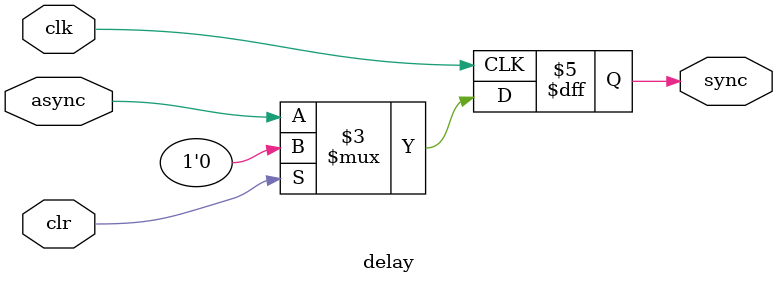
<source format=v>
module delay
(
	input clk,
	input clr,
	input async,
	output reg sync
);

	always @(posedge clk)
	begin
		if(clr)
		begin
			sync <= 1'b0;
		end
		else 
		begin
			sync <= async;
		end
	end
endmodule
</source>
